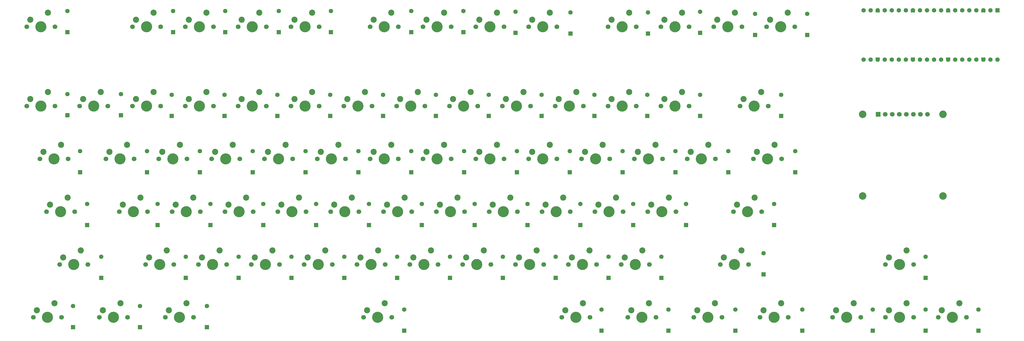
<source format=gbr>
%TF.GenerationSoftware,KiCad,Pcbnew,9.0.2*%
%TF.CreationDate,2025-07-16T18:53:34+05:00*%
%TF.ProjectId,SR-U2764,53522d55-3237-4363-942e-6b696361645f,rev?*%
%TF.SameCoordinates,Original*%
%TF.FileFunction,Soldermask,Bot*%
%TF.FilePolarity,Negative*%
%FSLAX46Y46*%
G04 Gerber Fmt 4.6, Leading zero omitted, Abs format (unit mm)*
G04 Created by KiCad (PCBNEW 9.0.2) date 2025-07-16 18:53:34*
%MOMM*%
%LPD*%
G01*
G04 APERTURE LIST*
G04 Aperture macros list*
%AMRoundRect*
0 Rectangle with rounded corners*
0 $1 Rounding radius*
0 $2 $3 $4 $5 $6 $7 $8 $9 X,Y pos of 4 corners*
0 Add a 4 corners polygon primitive as box body*
4,1,4,$2,$3,$4,$5,$6,$7,$8,$9,$2,$3,0*
0 Add four circle primitives for the rounded corners*
1,1,$1+$1,$2,$3*
1,1,$1+$1,$4,$5*
1,1,$1+$1,$6,$7*
1,1,$1+$1,$8,$9*
0 Add four rect primitives between the rounded corners*
20,1,$1+$1,$2,$3,$4,$5,0*
20,1,$1+$1,$4,$5,$6,$7,0*
20,1,$1+$1,$6,$7,$8,$9,0*
20,1,$1+$1,$8,$9,$2,$3,0*%
%AMFreePoly0*
4,1,37,0.603843,0.796157,0.639018,0.796157,0.711114,0.766294,0.766294,0.711114,0.796157,0.639018,0.796157,0.603843,0.800000,0.600000,0.800000,-0.600000,0.796157,-0.603843,0.796157,-0.639018,0.766294,-0.711114,0.711114,-0.766294,0.639018,-0.796157,0.603843,-0.796157,0.600000,-0.800000,0.000000,-0.800000,0.000000,-0.796148,-0.078414,-0.796148,-0.232228,-0.765552,-0.377117,-0.705537,
-0.507515,-0.618408,-0.618408,-0.507515,-0.705537,-0.377117,-0.765552,-0.232228,-0.796148,-0.078414,-0.796148,0.078414,-0.765552,0.232228,-0.705537,0.377117,-0.618408,0.507515,-0.507515,0.618408,-0.377117,0.705537,-0.232228,0.765552,-0.078414,0.796148,0.000000,0.796148,0.000000,0.800000,0.600000,0.800000,0.603843,0.796157,0.603843,0.796157,$1*%
%AMFreePoly1*
4,1,37,0.000000,0.796148,0.078414,0.796148,0.232228,0.765552,0.377117,0.705537,0.507515,0.618408,0.618408,0.507515,0.705537,0.377117,0.765552,0.232228,0.796148,0.078414,0.796148,-0.078414,0.765552,-0.232228,0.705537,-0.377117,0.618408,-0.507515,0.507515,-0.618408,0.377117,-0.705537,0.232228,-0.765552,0.078414,-0.796148,0.000000,-0.796148,0.000000,-0.800000,-0.600000,-0.800000,
-0.603843,-0.796157,-0.639018,-0.796157,-0.711114,-0.766294,-0.766294,-0.711114,-0.796157,-0.639018,-0.796157,-0.603843,-0.800000,-0.600000,-0.800000,0.600000,-0.796157,0.603843,-0.796157,0.639018,-0.766294,0.711114,-0.711114,0.766294,-0.639018,0.796157,-0.603843,0.796157,-0.600000,0.800000,0.000000,0.800000,0.000000,0.796148,0.000000,0.796148,$1*%
G04 Aperture macros list end*
%ADD10C,1.700000*%
%ADD11C,4.000000*%
%ADD12C,2.200000*%
%ADD13RoundRect,0.250000X0.550000X-0.550000X0.550000X0.550000X-0.550000X0.550000X-0.550000X-0.550000X0*%
%ADD14C,1.600000*%
%ADD15RoundRect,0.200000X-0.600000X0.600000X-0.600000X-0.600000X0.600000X-0.600000X0.600000X0.600000X0*%
%ADD16FreePoly0,270.000000*%
%ADD17FreePoly1,270.000000*%
%ADD18C,2.700000*%
%ADD19R,1.700000X1.700000*%
G04 APERTURE END LIST*
D10*
%TO.C,SW11*%
X265238750Y-46600000D03*
D11*
X270318750Y-46600000D03*
D10*
X275398750Y-46600000D03*
D12*
X272858750Y-41520000D03*
X266508750Y-44060000D03*
%TD*%
D13*
%TO.C,D72*%
X243840000Y-156210000D03*
D14*
X243840000Y-148590000D03*
%TD*%
D13*
%TO.C,D46*%
X140970000Y-118110000D03*
D14*
X140970000Y-110490000D03*
%TD*%
D13*
%TO.C,D10*%
X260604000Y-49022000D03*
D14*
X260604000Y-41402000D03*
%TD*%
D10*
%TO.C,SW62*%
X193801250Y-132325000D03*
D11*
X198881250Y-132325000D03*
D10*
X203961250Y-132325000D03*
D12*
X201421250Y-127245000D03*
X195071250Y-129785000D03*
%TD*%
D10*
%TO.C,SW56*%
X79501250Y-132325000D03*
D11*
X84581250Y-132325000D03*
D10*
X89661250Y-132325000D03*
D12*
X87121250Y-127245000D03*
X80771250Y-129785000D03*
%TD*%
D10*
%TO.C,SW19*%
X131888750Y-75175000D03*
D11*
X136968750Y-75175000D03*
D10*
X142048750Y-75175000D03*
D12*
X139508750Y-70095000D03*
X133158750Y-72635000D03*
%TD*%
D13*
%TO.C,D75*%
X316230000Y-156210000D03*
D14*
X316230000Y-148590000D03*
%TD*%
D10*
%TO.C,SW31*%
X103313750Y-94225000D03*
D11*
X108393750Y-94225000D03*
D10*
X113473750Y-94225000D03*
D12*
X110933750Y-89145000D03*
X104583750Y-91685000D03*
%TD*%
D10*
%TO.C,SW58*%
X117601250Y-132325000D03*
D11*
X122681250Y-132325000D03*
D10*
X127761250Y-132325000D03*
D12*
X125221250Y-127245000D03*
X118871250Y-129785000D03*
%TD*%
D13*
%TO.C,D37*%
X232410000Y-99060000D03*
D14*
X232410000Y-91440000D03*
%TD*%
D13*
%TO.C,D22*%
X203200000Y-78740000D03*
D14*
X203200000Y-71120000D03*
%TD*%
D13*
%TO.C,D39*%
X270510000Y-99060000D03*
D14*
X270510000Y-91440000D03*
%TD*%
D13*
%TO.C,D14*%
X51308000Y-78486000D03*
D14*
X51308000Y-70866000D03*
%TD*%
D10*
%TO.C,SW49*%
X184276250Y-113275000D03*
D11*
X189356250Y-113275000D03*
D10*
X194436250Y-113275000D03*
D12*
X191896250Y-108195000D03*
X185546250Y-110735000D03*
%TD*%
D13*
%TO.C,D65*%
X265430000Y-137160000D03*
D14*
X265430000Y-129540000D03*
%TD*%
D10*
%TO.C,SW72*%
X229520000Y-151375000D03*
D11*
X234600000Y-151375000D03*
D10*
X239680000Y-151375000D03*
D12*
X237140000Y-146295000D03*
X230790000Y-148835000D03*
%TD*%
D13*
%TO.C,D56*%
X93980000Y-137160000D03*
D14*
X93980000Y-129540000D03*
%TD*%
D10*
%TO.C,SW38*%
X236663750Y-94225000D03*
D11*
X241743750Y-94225000D03*
D10*
X246823750Y-94225000D03*
D12*
X244283750Y-89145000D03*
X237933750Y-91685000D03*
%TD*%
D10*
%TO.C,SW17*%
X93788750Y-75175000D03*
D11*
X98868750Y-75175000D03*
D10*
X103948750Y-75175000D03*
D12*
X101408750Y-70095000D03*
X95058750Y-72635000D03*
%TD*%
D10*
%TO.C,SW67*%
X346201250Y-132325000D03*
D11*
X351281250Y-132325000D03*
D10*
X356361250Y-132325000D03*
D12*
X353821250Y-127245000D03*
X347471250Y-129785000D03*
%TD*%
D13*
%TO.C,D20*%
X165100000Y-78740000D03*
D14*
X165100000Y-71120000D03*
%TD*%
D10*
%TO.C,SW63*%
X212851250Y-132325000D03*
D11*
X217931250Y-132325000D03*
D10*
X223011250Y-132325000D03*
D12*
X220471250Y-127245000D03*
X214121250Y-129785000D03*
%TD*%
D13*
%TO.C,D9*%
X232664000Y-49022000D03*
D14*
X232664000Y-41402000D03*
%TD*%
D13*
%TO.C,D59*%
X151130000Y-137160000D03*
D14*
X151130000Y-129540000D03*
%TD*%
D10*
%TO.C,SW65*%
X250951250Y-132325000D03*
D11*
X256031250Y-132325000D03*
D10*
X261111250Y-132325000D03*
D12*
X258571250Y-127245000D03*
X252221250Y-129785000D03*
%TD*%
D10*
%TO.C,SW50*%
X203326250Y-113275000D03*
D11*
X208406250Y-113275000D03*
D10*
X213486250Y-113275000D03*
D12*
X210946250Y-108195000D03*
X204596250Y-110735000D03*
%TD*%
D10*
%TO.C,SW29*%
X65213750Y-94225000D03*
D11*
X70293750Y-94225000D03*
D10*
X75373750Y-94225000D03*
D12*
X72833750Y-89145000D03*
X66483750Y-91685000D03*
%TD*%
D13*
%TO.C,D6*%
X175260000Y-48514000D03*
D14*
X175260000Y-40894000D03*
%TD*%
D10*
%TO.C,SW75*%
X300957500Y-151375000D03*
D11*
X306037500Y-151375000D03*
D10*
X311117500Y-151375000D03*
D12*
X308577500Y-146295000D03*
X302227500Y-148835000D03*
%TD*%
D13*
%TO.C,D38*%
X251460000Y-99060000D03*
D14*
X251460000Y-91440000D03*
%TD*%
D13*
%TO.C,D4*%
X127508000Y-48514000D03*
D14*
X127508000Y-40894000D03*
%TD*%
D13*
%TO.C,D25*%
X260350000Y-78740000D03*
D14*
X260350000Y-71120000D03*
%TD*%
D13*
%TO.C,D3*%
X108204000Y-48514000D03*
D14*
X108204000Y-40894000D03*
%TD*%
D13*
%TO.C,D21*%
X184150000Y-78740000D03*
D14*
X184150000Y-71120000D03*
%TD*%
D13*
%TO.C,D71*%
X172720000Y-156210000D03*
D14*
X172720000Y-148590000D03*
%TD*%
D10*
%TO.C,SW24*%
X227138750Y-75175000D03*
D11*
X232218750Y-75175000D03*
D10*
X237298750Y-75175000D03*
D12*
X234758750Y-70095000D03*
X228408750Y-72635000D03*
%TD*%
D10*
%TO.C,SW41*%
X298576250Y-94225000D03*
D11*
X303656250Y-94225000D03*
D10*
X308736250Y-94225000D03*
D12*
X306196250Y-89145000D03*
X299846250Y-91685000D03*
%TD*%
D13*
%TO.C,D60*%
X170180000Y-137160000D03*
D14*
X170180000Y-129540000D03*
%TD*%
D10*
%TO.C,SW25*%
X246188750Y-75175000D03*
D11*
X251268750Y-75175000D03*
D10*
X256348750Y-75175000D03*
D12*
X253808750Y-70095000D03*
X247458750Y-72635000D03*
%TD*%
D13*
%TO.C,D44*%
X102870000Y-118110000D03*
D14*
X102870000Y-110490000D03*
%TD*%
D13*
%TO.C,D53*%
X274320000Y-118110000D03*
D14*
X274320000Y-110490000D03*
%TD*%
D13*
%TO.C,D63*%
X227330000Y-137160000D03*
D14*
X227330000Y-129540000D03*
%TD*%
D10*
%TO.C,SW78*%
X365251250Y-151375000D03*
D11*
X370331250Y-151375000D03*
D10*
X375411250Y-151375000D03*
D12*
X372871250Y-146295000D03*
X366521250Y-148835000D03*
%TD*%
D10*
%TO.C,SW36*%
X198563750Y-94225000D03*
D11*
X203643750Y-94225000D03*
D10*
X208723750Y-94225000D03*
D12*
X206183750Y-89145000D03*
X199833750Y-91685000D03*
%TD*%
D10*
%TO.C,SW16*%
X74738750Y-75175000D03*
D11*
X79818750Y-75175000D03*
D10*
X84898750Y-75175000D03*
D12*
X82358750Y-70095000D03*
X76008750Y-72635000D03*
%TD*%
D13*
%TO.C,D42*%
X58420000Y-118110000D03*
D14*
X58420000Y-110490000D03*
%TD*%
D10*
%TO.C,SW47*%
X146176250Y-113275000D03*
D11*
X151256250Y-113275000D03*
D10*
X156336250Y-113275000D03*
D12*
X153796250Y-108195000D03*
X147446250Y-110735000D03*
%TD*%
D13*
%TO.C,D16*%
X88900000Y-78740000D03*
D14*
X88900000Y-71120000D03*
%TD*%
D10*
%TO.C,SW46*%
X127126250Y-113275000D03*
D11*
X132206250Y-113275000D03*
D10*
X137286250Y-113275000D03*
D12*
X134746250Y-108195000D03*
X128396250Y-110735000D03*
%TD*%
D13*
%TO.C,D29*%
X80010000Y-99060000D03*
D14*
X80010000Y-91440000D03*
%TD*%
D10*
%TO.C,SW34*%
X160463750Y-94225000D03*
D11*
X165543750Y-94225000D03*
D10*
X170623750Y-94225000D03*
D12*
X168083750Y-89145000D03*
X161733750Y-91685000D03*
%TD*%
D13*
%TO.C,D50*%
X217170000Y-118110000D03*
D14*
X217170000Y-110490000D03*
%TD*%
D10*
%TO.C,SW26*%
X265238750Y-75175000D03*
D11*
X270318750Y-75175000D03*
D10*
X275398750Y-75175000D03*
D12*
X272858750Y-70095000D03*
X266508750Y-72635000D03*
%TD*%
D13*
%TO.C,D43*%
X83820000Y-118110000D03*
D14*
X83820000Y-110490000D03*
%TD*%
D10*
%TO.C,SW8*%
X198563750Y-46600000D03*
D11*
X203643750Y-46600000D03*
D10*
X208723750Y-46600000D03*
D12*
X206183750Y-41520000D03*
X199833750Y-44060000D03*
%TD*%
D10*
%TO.C,SW55*%
X48545000Y-132325000D03*
D11*
X53625000Y-132325000D03*
D10*
X58705000Y-132325000D03*
D12*
X56165000Y-127245000D03*
X49815000Y-129785000D03*
%TD*%
D13*
%TO.C,D48*%
X179070000Y-118110000D03*
D14*
X179070000Y-110490000D03*
%TD*%
D13*
%TO.C,D19*%
X146050000Y-78740000D03*
D14*
X146050000Y-71120000D03*
%TD*%
D10*
%TO.C,SW76*%
X327151250Y-151375000D03*
D11*
X332231250Y-151375000D03*
D10*
X337311250Y-151375000D03*
D12*
X334771250Y-146295000D03*
X328421250Y-148835000D03*
%TD*%
D10*
%TO.C,SW2*%
X74738750Y-46600000D03*
D11*
X79818750Y-46600000D03*
D10*
X84898750Y-46600000D03*
D12*
X82358750Y-41520000D03*
X76008750Y-44060000D03*
%TD*%
D13*
%TO.C,D17*%
X107950000Y-78740000D03*
D14*
X107950000Y-71120000D03*
%TD*%
D10*
%TO.C,SW61*%
X174751250Y-132325000D03*
D11*
X179831250Y-132325000D03*
D10*
X184911250Y-132325000D03*
D12*
X182371250Y-127245000D03*
X176021250Y-129785000D03*
%TD*%
D13*
%TO.C,D47*%
X160020000Y-118110000D03*
D14*
X160020000Y-110490000D03*
%TD*%
D13*
%TO.C,D33*%
X156210000Y-99060000D03*
D14*
X156210000Y-91440000D03*
%TD*%
D13*
%TO.C,D31*%
X118110000Y-99060000D03*
D14*
X118110000Y-91440000D03*
%TD*%
D10*
%TO.C,SW37*%
X217613750Y-94225000D03*
D11*
X222693750Y-94225000D03*
D10*
X227773750Y-94225000D03*
D12*
X225233750Y-89145000D03*
X218883750Y-91685000D03*
%TD*%
D15*
%TO.C,U2*%
X386588000Y-40640000D03*
D14*
X384048000Y-40640000D03*
D16*
X381508000Y-40640000D03*
D14*
X378968000Y-40640000D03*
X376428000Y-40640000D03*
X373888000Y-40640000D03*
X371348000Y-40640000D03*
D16*
X368808000Y-40640000D03*
D14*
X366268000Y-40640000D03*
X363728000Y-40640000D03*
X361188000Y-40640000D03*
X358648000Y-40640000D03*
D16*
X356108000Y-40640000D03*
D14*
X353568000Y-40640000D03*
X351028000Y-40640000D03*
X348488000Y-40640000D03*
X345948000Y-40640000D03*
D16*
X343408000Y-40640000D03*
D14*
X340868000Y-40640000D03*
X338328000Y-40640000D03*
X338328000Y-58420000D03*
X340868000Y-58420000D03*
D17*
X343408000Y-58420000D03*
D14*
X345948000Y-58420000D03*
X348488000Y-58420000D03*
X351028000Y-58420000D03*
X353568000Y-58420000D03*
D17*
X356108000Y-58420000D03*
D14*
X358648000Y-58420000D03*
X361188000Y-58420000D03*
X363728000Y-58420000D03*
X366268000Y-58420000D03*
D17*
X368808000Y-58420000D03*
D14*
X371348000Y-58420000D03*
X373888000Y-58420000D03*
X376428000Y-58420000D03*
X378968000Y-58420000D03*
D17*
X381508000Y-58420000D03*
D14*
X384048000Y-58420000D03*
X386588000Y-58420000D03*
%TD*%
D13*
%TO.C,D28*%
X55880000Y-99060000D03*
D14*
X55880000Y-91440000D03*
%TD*%
D13*
%TO.C,D62*%
X208280000Y-137160000D03*
D14*
X208280000Y-129540000D03*
%TD*%
D10*
%TO.C,SW57*%
X98551250Y-132325000D03*
D11*
X103631250Y-132325000D03*
D10*
X108711250Y-132325000D03*
D12*
X106171250Y-127245000D03*
X99821250Y-129785000D03*
%TD*%
D10*
%TO.C,SW45*%
X108076250Y-113275000D03*
D11*
X113156250Y-113275000D03*
D10*
X118236250Y-113275000D03*
D12*
X115696250Y-108195000D03*
X109346250Y-110735000D03*
%TD*%
D10*
%TO.C,SW73*%
X253332500Y-151375000D03*
D11*
X258412500Y-151375000D03*
D10*
X263492500Y-151375000D03*
D12*
X260952500Y-146295000D03*
X254602500Y-148835000D03*
%TD*%
D10*
%TO.C,SW59*%
X136651250Y-132325000D03*
D11*
X141731250Y-132325000D03*
D10*
X146811250Y-132325000D03*
D12*
X144271250Y-127245000D03*
X137921250Y-129785000D03*
%TD*%
D10*
%TO.C,SW32*%
X122363750Y-94225000D03*
D11*
X127443750Y-94225000D03*
D10*
X132523750Y-94225000D03*
D12*
X129983750Y-89145000D03*
X123633750Y-91685000D03*
%TD*%
D10*
%TO.C,SW28*%
X41401250Y-94225000D03*
D11*
X46481250Y-94225000D03*
D10*
X51561250Y-94225000D03*
D12*
X49021250Y-89145000D03*
X42671250Y-91685000D03*
%TD*%
D13*
%TO.C,D54*%
X306070000Y-118110000D03*
D14*
X306070000Y-110490000D03*
%TD*%
D13*
%TO.C,D58*%
X132080000Y-137160000D03*
D14*
X132080000Y-129540000D03*
%TD*%
D13*
%TO.C,D66*%
X302260000Y-135890000D03*
D14*
X302260000Y-128270000D03*
%TD*%
D10*
%TO.C,SW33*%
X141413750Y-94225000D03*
D11*
X146493750Y-94225000D03*
D10*
X151573750Y-94225000D03*
D12*
X149033750Y-89145000D03*
X142683750Y-91685000D03*
%TD*%
D10*
%TO.C,SW23*%
X208088750Y-75175000D03*
D11*
X213168750Y-75175000D03*
D10*
X218248750Y-75175000D03*
D12*
X215708750Y-70095000D03*
X209358750Y-72635000D03*
%TD*%
D13*
%TO.C,D2*%
X89408000Y-48514000D03*
D14*
X89408000Y-40894000D03*
%TD*%
D13*
%TO.C,D70*%
X101600000Y-154940000D03*
D14*
X101600000Y-147320000D03*
%TD*%
D10*
%TO.C,SW71*%
X158082500Y-151375000D03*
D11*
X163162500Y-151375000D03*
D10*
X168242500Y-151375000D03*
D12*
X165702500Y-146295000D03*
X159352500Y-148835000D03*
%TD*%
D10*
%TO.C,SW20*%
X150938750Y-75175000D03*
D11*
X156018750Y-75175000D03*
D10*
X161098750Y-75175000D03*
D12*
X158558750Y-70095000D03*
X152208750Y-72635000D03*
%TD*%
D10*
%TO.C,SW68*%
X39020000Y-151375000D03*
D11*
X44100000Y-151375000D03*
D10*
X49180000Y-151375000D03*
D12*
X46640000Y-146295000D03*
X40290000Y-148835000D03*
%TD*%
D13*
%TO.C,D61*%
X189230000Y-137160000D03*
D14*
X189230000Y-129540000D03*
%TD*%
D10*
%TO.C,SW12*%
X284288750Y-46600000D03*
D11*
X289368750Y-46600000D03*
D10*
X294448750Y-46600000D03*
D12*
X291908750Y-41520000D03*
X285558750Y-44060000D03*
%TD*%
D10*
%TO.C,SW5*%
X131888750Y-46600000D03*
D11*
X136968750Y-46600000D03*
D10*
X142048750Y-46600000D03*
D12*
X139508750Y-41520000D03*
X133158750Y-44060000D03*
%TD*%
D13*
%TO.C,D69*%
X77470000Y-154940000D03*
D14*
X77470000Y-147320000D03*
%TD*%
D13*
%TO.C,D51*%
X236220000Y-118110000D03*
D14*
X236220000Y-110490000D03*
%TD*%
D10*
%TO.C,SW15*%
X55688750Y-75175000D03*
D11*
X60768750Y-75175000D03*
D10*
X65848750Y-75175000D03*
D12*
X63308750Y-70095000D03*
X56958750Y-72635000D03*
%TD*%
D18*
%TO.C,Brd1*%
X337947000Y-78133750D03*
X337947000Y-107597750D03*
X366903000Y-78133750D03*
X366903000Y-107597750D03*
D19*
X343535000Y-78133750D03*
D10*
X346075000Y-78133750D03*
X348615000Y-78133750D03*
X351155000Y-78133750D03*
X353695000Y-78133750D03*
X356235000Y-78133750D03*
X358775000Y-78133750D03*
X361315000Y-78133750D03*
%TD*%
D13*
%TO.C,D45*%
X121920000Y-118110000D03*
D14*
X121920000Y-110490000D03*
%TD*%
D13*
%TO.C,D24*%
X241300000Y-78740000D03*
D14*
X241300000Y-71120000D03*
%TD*%
D10*
%TO.C,SW27*%
X293813750Y-75175000D03*
D11*
X298893750Y-75175000D03*
D10*
X303973750Y-75175000D03*
D12*
X301433750Y-70095000D03*
X295083750Y-72635000D03*
%TD*%
D13*
%TO.C,D67*%
X360680000Y-137160000D03*
D14*
X360680000Y-129540000D03*
%TD*%
D13*
%TO.C,D35*%
X194310000Y-99060000D03*
D14*
X194310000Y-91440000D03*
%TD*%
D10*
%TO.C,SW7*%
X179513750Y-46600000D03*
D11*
X184593750Y-46600000D03*
D10*
X189673750Y-46600000D03*
D12*
X187133750Y-41520000D03*
X180783750Y-44060000D03*
%TD*%
D10*
%TO.C,SW22*%
X189038750Y-75175000D03*
D11*
X194118750Y-75175000D03*
D10*
X199198750Y-75175000D03*
D12*
X196658750Y-70095000D03*
X190308750Y-72635000D03*
%TD*%
D13*
%TO.C,D73*%
X267970000Y-156210000D03*
D14*
X267970000Y-148590000D03*
%TD*%
D10*
%TO.C,SW21*%
X169988750Y-75175000D03*
D11*
X175068750Y-75175000D03*
D10*
X180148750Y-75175000D03*
D12*
X177608750Y-70095000D03*
X171258750Y-72635000D03*
%TD*%
D10*
%TO.C,SW64*%
X231901250Y-132325000D03*
D11*
X236981250Y-132325000D03*
D10*
X242061250Y-132325000D03*
D12*
X239521250Y-127245000D03*
X233171250Y-129785000D03*
%TD*%
D10*
%TO.C,SW43*%
X69976250Y-113275000D03*
D11*
X75056250Y-113275000D03*
D10*
X80136250Y-113275000D03*
D12*
X77596250Y-108195000D03*
X71246250Y-110735000D03*
%TD*%
D10*
%TO.C,SW70*%
X86645000Y-151375000D03*
D11*
X91725000Y-151375000D03*
D10*
X96805000Y-151375000D03*
D12*
X94265000Y-146295000D03*
X87915000Y-148835000D03*
%TD*%
D10*
%TO.C,SW3*%
X93788750Y-46600000D03*
D11*
X98868750Y-46600000D03*
D10*
X103948750Y-46600000D03*
D12*
X101408750Y-41520000D03*
X95058750Y-44060000D03*
%TD*%
D10*
%TO.C,SW66*%
X286670000Y-132325000D03*
D11*
X291750000Y-132325000D03*
D10*
X296830000Y-132325000D03*
D12*
X294290000Y-127245000D03*
X287940000Y-129785000D03*
%TD*%
D10*
%TO.C,SW9*%
X217613750Y-46600000D03*
D11*
X222693750Y-46600000D03*
D10*
X227773750Y-46600000D03*
D12*
X225233750Y-41520000D03*
X218883750Y-44060000D03*
%TD*%
D10*
%TO.C,SW4*%
X112838750Y-46600000D03*
D11*
X117918750Y-46600000D03*
D10*
X122998750Y-46600000D03*
D12*
X120458750Y-41520000D03*
X114108750Y-44060000D03*
%TD*%
D13*
%TO.C,D11*%
X279400000Y-48768000D03*
D14*
X279400000Y-41148000D03*
%TD*%
D10*
%TO.C,SW6*%
X160463750Y-46600000D03*
D11*
X165543750Y-46600000D03*
D10*
X170623750Y-46600000D03*
D12*
X168083750Y-41520000D03*
X161733750Y-44060000D03*
%TD*%
D13*
%TO.C,D13*%
X318008000Y-49530000D03*
D14*
X318008000Y-41910000D03*
%TD*%
D10*
%TO.C,SW48*%
X165226250Y-113275000D03*
D11*
X170306250Y-113275000D03*
D10*
X175386250Y-113275000D03*
D12*
X172846250Y-108195000D03*
X166496250Y-110735000D03*
%TD*%
D13*
%TO.C,D1*%
X51308000Y-48514000D03*
D14*
X51308000Y-40894000D03*
%TD*%
D10*
%TO.C,SW35*%
X179513750Y-94225000D03*
D11*
X184593750Y-94225000D03*
D10*
X189673750Y-94225000D03*
D12*
X187133750Y-89145000D03*
X180783750Y-91685000D03*
%TD*%
D13*
%TO.C,D32*%
X137160000Y-99060000D03*
D14*
X137160000Y-91440000D03*
%TD*%
D13*
%TO.C,D5*%
X146304000Y-48514000D03*
D14*
X146304000Y-40894000D03*
%TD*%
D13*
%TO.C,D40*%
X289560000Y-99060000D03*
D14*
X289560000Y-91440000D03*
%TD*%
D10*
%TO.C,SW13*%
X303338750Y-46600000D03*
D11*
X308418750Y-46600000D03*
D10*
X313498750Y-46600000D03*
D12*
X310958750Y-41520000D03*
X304608750Y-44060000D03*
%TD*%
D10*
%TO.C,SW77*%
X346201250Y-151375000D03*
D11*
X351281250Y-151375000D03*
D10*
X356361250Y-151375000D03*
D12*
X353821250Y-146295000D03*
X347471250Y-148835000D03*
%TD*%
D13*
%TO.C,D57*%
X113030000Y-137160000D03*
D14*
X113030000Y-129540000D03*
%TD*%
D10*
%TO.C,SW74*%
X277145000Y-151375000D03*
D11*
X282225000Y-151375000D03*
D10*
X287305000Y-151375000D03*
D12*
X284765000Y-146295000D03*
X278415000Y-148835000D03*
%TD*%
D10*
%TO.C,SW44*%
X89026250Y-113275000D03*
D11*
X94106250Y-113275000D03*
D10*
X99186250Y-113275000D03*
D12*
X96646250Y-108195000D03*
X90296250Y-110735000D03*
%TD*%
D13*
%TO.C,D27*%
X308610000Y-78740000D03*
D14*
X308610000Y-71120000D03*
%TD*%
D10*
%TO.C,SW18*%
X112838750Y-75175000D03*
D11*
X117918750Y-75175000D03*
D10*
X122998750Y-75175000D03*
D12*
X120458750Y-70095000D03*
X114108750Y-72635000D03*
%TD*%
D10*
%TO.C,SW69*%
X62832500Y-151375000D03*
D11*
X67912500Y-151375000D03*
D10*
X72992500Y-151375000D03*
D12*
X70452500Y-146295000D03*
X64102500Y-148835000D03*
%TD*%
D13*
%TO.C,D52*%
X255270000Y-118110000D03*
D14*
X255270000Y-110490000D03*
%TD*%
D10*
%TO.C,SW60*%
X155701250Y-132325000D03*
D11*
X160781250Y-132325000D03*
D10*
X165861250Y-132325000D03*
D12*
X163321250Y-127245000D03*
X156971250Y-129785000D03*
%TD*%
D10*
%TO.C,SW51*%
X222376250Y-113275000D03*
D11*
X227456250Y-113275000D03*
D10*
X232536250Y-113275000D03*
D12*
X229996250Y-108195000D03*
X223646250Y-110735000D03*
%TD*%
D10*
%TO.C,SW30*%
X84263750Y-94225000D03*
D11*
X89343750Y-94225000D03*
D10*
X94423750Y-94225000D03*
D12*
X91883750Y-89145000D03*
X85533750Y-91685000D03*
%TD*%
D10*
%TO.C,SW54*%
X291432500Y-113275000D03*
D11*
X296512500Y-113275000D03*
D10*
X301592500Y-113275000D03*
D12*
X299052500Y-108195000D03*
X292702500Y-110735000D03*
%TD*%
D13*
%TO.C,D30*%
X99060000Y-99060000D03*
D14*
X99060000Y-91440000D03*
%TD*%
D13*
%TO.C,D49*%
X198120000Y-118110000D03*
D14*
X198120000Y-110490000D03*
%TD*%
D13*
%TO.C,D18*%
X127000000Y-78740000D03*
D14*
X127000000Y-71120000D03*
%TD*%
D13*
%TO.C,D7*%
X194056000Y-48514000D03*
D14*
X194056000Y-40894000D03*
%TD*%
D10*
%TO.C,SW14*%
X36638750Y-75175000D03*
D11*
X41718750Y-75175000D03*
D10*
X46798750Y-75175000D03*
D12*
X44258750Y-70095000D03*
X37908750Y-72635000D03*
%TD*%
D13*
%TO.C,D78*%
X379730000Y-156210000D03*
D14*
X379730000Y-148590000D03*
%TD*%
D10*
%TO.C,SW10*%
X246188750Y-46600000D03*
D11*
X251268750Y-46600000D03*
D10*
X256348750Y-46600000D03*
D12*
X253808750Y-41520000D03*
X247458750Y-44060000D03*
%TD*%
D10*
%TO.C,SW40*%
X274763750Y-94225000D03*
D11*
X279843750Y-94225000D03*
D10*
X284923750Y-94225000D03*
D12*
X282383750Y-89145000D03*
X276033750Y-91685000D03*
%TD*%
D13*
%TO.C,D26*%
X279400000Y-78740000D03*
D14*
X279400000Y-71120000D03*
%TD*%
D13*
%TO.C,D74*%
X292100000Y-156210000D03*
D14*
X292100000Y-148590000D03*
%TD*%
D13*
%TO.C,D76*%
X341630000Y-156210000D03*
D14*
X341630000Y-148590000D03*
%TD*%
D13*
%TO.C,D64*%
X246380000Y-137160000D03*
D14*
X246380000Y-129540000D03*
%TD*%
D13*
%TO.C,D36*%
X213360000Y-99060000D03*
D14*
X213360000Y-91440000D03*
%TD*%
D13*
%TO.C,D55*%
X63500000Y-137160000D03*
D14*
X63500000Y-129540000D03*
%TD*%
D13*
%TO.C,D68*%
X53340000Y-154940000D03*
D14*
X53340000Y-147320000D03*
%TD*%
D10*
%TO.C,SW42*%
X43782500Y-113275000D03*
D11*
X48862500Y-113275000D03*
D10*
X53942500Y-113275000D03*
D12*
X51402500Y-108195000D03*
X45052500Y-110735000D03*
%TD*%
D13*
%TO.C,D34*%
X175260000Y-99060000D03*
D14*
X175260000Y-91440000D03*
%TD*%
D13*
%TO.C,D15*%
X70612000Y-78486000D03*
D14*
X70612000Y-70866000D03*
%TD*%
D13*
%TO.C,D8*%
X212852000Y-48768000D03*
D14*
X212852000Y-41148000D03*
%TD*%
D13*
%TO.C,D12*%
X299212000Y-49530000D03*
D14*
X299212000Y-41910000D03*
%TD*%
D10*
%TO.C,SW53*%
X260476250Y-113275000D03*
D11*
X265556250Y-113275000D03*
D10*
X270636250Y-113275000D03*
D12*
X268096250Y-108195000D03*
X261746250Y-110735000D03*
%TD*%
D10*
%TO.C,SW52*%
X241426250Y-113275000D03*
D11*
X246506250Y-113275000D03*
D10*
X251586250Y-113275000D03*
D12*
X249046250Y-108195000D03*
X242696250Y-110735000D03*
%TD*%
D10*
%TO.C,SW39*%
X255713750Y-94225000D03*
D11*
X260793750Y-94225000D03*
D10*
X265873750Y-94225000D03*
D12*
X263333750Y-89145000D03*
X256983750Y-91685000D03*
%TD*%
D13*
%TO.C,D23*%
X222250000Y-78740000D03*
D14*
X222250000Y-71120000D03*
%TD*%
D13*
%TO.C,D41*%
X313690000Y-99060000D03*
D14*
X313690000Y-91440000D03*
%TD*%
D10*
%TO.C,SW1*%
X36638750Y-46600000D03*
D11*
X41718750Y-46600000D03*
D10*
X46798750Y-46600000D03*
D12*
X44258750Y-41520000D03*
X37908750Y-44060000D03*
%TD*%
D13*
%TO.C,D77*%
X360680000Y-156210000D03*
D14*
X360680000Y-148590000D03*
%TD*%
M02*

</source>
